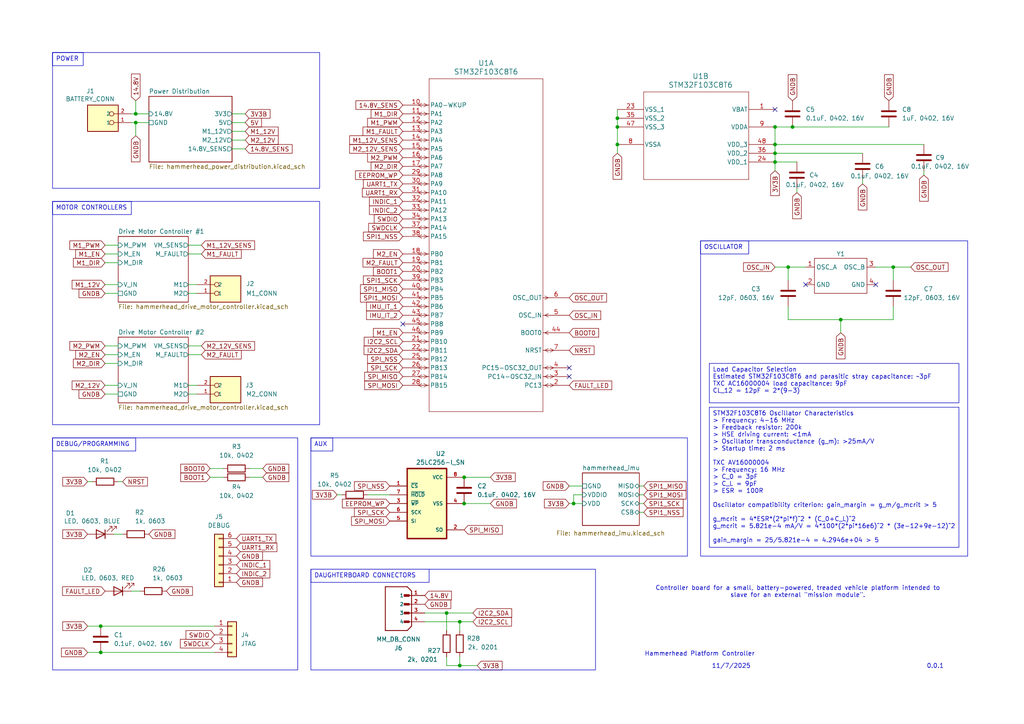
<source format=kicad_sch>
(kicad_sch (version 20250114) (generator "eeschema") (generator_version "9.0")
  (paper "A4")
  (lib_symbols
    (symbol "1985823:1985823" (pin_names (offset 1.016))
      (property "Reference" "J" (at -2.54 5.842 0))
      (property "Value" "1985823" (at -2.54 -5.08 0))
      (symbol "1985823_0_0"
        (pin passive line (at -7.62 2.54 0) (length 5.08) (name "1") (number "1"))
        (pin passive line (at -7.62 0 0) (length 5.08) (name "2") (number "2"))
      )
    )
    (symbol "25LC256-I/SN:25LC256-I_SN" (pin_names (offset 1.016))
      (property "Reference" "U2" (at -0.508 14.478 0))
      (property "Value" "25LC256-I_SN" (at -0.508 11.938 0))
      (symbol "25LC256-I_SN_0_0"
        (pin input line (at -15.24 5.08 0) (length 5.08) (name "~{CS}") (number "1"))
        (pin input line (at -15.24 2.54 0) (length 5.08) (name "~{HOLD}") (number "7"))
        (pin input line (at -15.24 0 0) (length 5.08) (name "~{WP}") (number "3"))
        (pin input line (at -15.24 -2.54 0) (length 5.08) (name "SCK") (number "6"))
        (pin input line (at -15.24 -5.08 0) (length 5.08) (name "SI") (number "5"))
        (pin power_in line (at 6.35 7.62 180) (length 5.08) (name "VCC") (number "8"))
        (pin power_in line (at 6.35 0 180) (length 5.08) (name "VSS") (number "4"))
        (pin output line (at 6.35 -7.62 180) (length 5.08) (name "SO") (number "2"))
      )
    )
    (symbol "B4B_XH_A:B4B-XH-A" (pin_names (offset 1.016))
      (property "Reference" "J" (at -2.54 6.35 0))
      (property "Value" "B4B-XH-A" (at -2.54 -10.16 0))
      (symbol "B4B-XH-A_0_0"
        (pin passive line (at -7.62 2.54 0) (length 5.08) (name "1") (number "1"))
        (pin passive line (at -7.62 0 0) (length 5.08) (name "2") (number "2"))
        (pin passive line (at -7.62 -2.54 0) (length 5.08) (name "3") (number "3"))
        (pin passive line (at -7.62 -5.08 0) (length 5.08) (name "4") (number "4"))
      )
    )
    (symbol "Connector_Generic:Conn_01x04" (pin_names (offset 1.016) (hide yes))
      (property "Reference" "J" (at 0 5.08 0))
      (property "Value" "Conn_01x04" (at 0 -7.62 0))
      (symbol "Conn_01x04_1_1"
        (pin passive line (at -5.08 2.54 0) (length 3.81) (name "Pin_1") (number "1"))
        (pin passive line (at -5.08 0 0) (length 3.81) (name "Pin_2") (number "2"))
        (pin passive line (at -5.08 -2.54 0) (length 3.81) (name "Pin_3") (number "3"))
        (pin passive line (at -5.08 -5.08 0) (length 3.81) (name "Pin_4") (number "4"))
      )
    )
    (symbol "Connector_Generic:Conn_01x06" (pin_names (offset 1.016) (hide yes))
      (property "Reference" "J" (at 0 7.62 0))
      (property "Value" "Conn_01x06" (at 0 -10.16 0))
      (symbol "Conn_01x06_1_1"
        (pin passive line (at -5.08 5.08 0) (length 3.81) (name "Pin_1") (number "1"))
        (pin passive line (at -5.08 2.54 0) (length 3.81) (name "Pin_2") (number "2"))
        (pin passive line (at -5.08 0 0) (length 3.81) (name "Pin_3") (number "3"))
        (pin passive line (at -5.08 -2.54 0) (length 3.81) (name "Pin_4") (number "4"))
        (pin passive line (at -5.08 -5.08 0) (length 3.81) (name "Pin_5") (number "5"))
        (pin passive line (at -5.08 -7.62 0) (length 3.81) (name "Pin_6") (number "6"))
      )
    )
    (symbol "Device:C" (pin_numbers (hide yes)) (pin_names (offset 0.254))
      (property "Reference" "C" (at 0.635 2.54 0))
      (property "Value" "C" (at 0.635 -2.54 0))
      (symbol "C_1_1"
        (pin passive line (at 0 3.81 270) (length 2.794) (name "~") (number "1"))
        (pin passive line (at 0 -3.81 90) (length 2.794) (name "~") (number "2"))
      )
    )
    (symbol "Device:LED" (pin_numbers (hide yes)) (pin_names (offset 1.016) (hide yes))
      (property "Reference" "D" (at 0 2.54 0))
      (property "Value" "LED" (at 0 -2.54 0))
      (symbol "LED_1_1"
        (pin passive line (at -3.81 0 0) (length 2.54) (name "K") (number "1"))
        (pin passive line (at 3.81 0 180) (length 2.54) (name "A") (number "2"))
      )
    )
    (symbol "Device:R" (pin_numbers (hide yes)) (pin_names (offset 0))
      (property "Reference" "R" (at 2.032 0 90))
      (property "Value" "R" (at 0 0 90))
      (symbol "R_1_1"
        (pin passive line (at 0 3.81 270) (length 1.27) (name "~") (number "1"))
        (pin passive line (at 0 -3.81 90) (length 1.27) (name "~") (number "2"))
      )
    )
    (symbol "STM32F103C8T6:STM32F103C8T6" (pin_names (offset 0.254))
      (property "Reference" "U1" (at 24.13 12.192 0))
      (property "Value" "STM32F103C8T6" (at 24.13 9.652 0))
      (symbol "STM32F103C8T6_1_1"
        (pin bidirectional line (at 0 0 0) (length 7.62) (name "PA0-WKUP") (number "10"))
        (pin bidirectional line (at 0 -2.54 0) (length 7.62) (name "PA1") (number "11"))
        (pin bidirectional line (at 0 -5.08 0) (length 7.62) (name "PA2") (number "12"))
        (pin bidirectional line (at 0 -7.62 0) (length 7.62) (name "PA3") (number "13"))
        (pin bidirectional line (at 0 -10.16 0) (length 7.62) (name "PA4") (number "14"))
        (pin bidirectional line (at 0 -12.7 0) (length 7.62) (name "PA5") (number "15"))
        (pin bidirectional line (at 0 -15.24 0) (length 7.62) (name "PA6") (number "16"))
        (pin bidirectional line (at 0 -17.78 0) (length 7.62) (name "PA7") (number "17"))
        (pin bidirectional line (at 0 -20.32 0) (length 7.62) (name "PA8") (number "29"))
        (pin bidirectional line (at 0 -22.86 0) (length 7.62) (name "PA9") (number "30"))
        (pin bidirectional line (at 0 -25.4 0) (length 7.62) (name "PA10") (number "31"))
        (pin bidirectional line (at 0 -27.94 0) (length 7.62) (name "PA11") (number "32"))
        (pin bidirectional line (at 0 -30.48 0) (length 7.62) (name "PA12") (number "33"))
        (pin bidirectional line (at 0 -33.02 0) (length 7.62) (name "PA13") (number "34"))
        (pin bidirectional line (at 0 -35.56 0) (length 7.62) (name "PA14") (number "37"))
        (pin bidirectional line (at 0 -38.1 0) (length 7.62) (name "PA15") (number "38"))
        (pin bidirectional line (at 0 -43.18 0) (length 7.62) (name "PB0") (number "18"))
        (pin bidirectional line (at 0 -45.72 0) (length 7.62) (name "PB1") (number "19"))
        (pin bidirectional line (at 0 -48.26 0) (length 7.62) (name "PB2") (number "20"))
        (pin bidirectional line (at 0 -50.8 0) (length 7.62) (name "PB3") (number "39"))
        (pin bidirectional line (at 0 -53.34 0) (length 7.62) (name "PB4") (number "40"))
        (pin bidirectional line (at 0 -55.88 0) (length 7.62) (name "PB5") (number "41"))
        (pin bidirectional line (at 0 -58.42 0) (length 7.62) (name "PB6") (number "42"))
        (pin bidirectional line (at 0 -60.96 0) (length 7.62) (name "PB7") (number "43"))
        (pin bidirectional line (at 0 -63.5 0) (length 7.62) (name "PB8") (number "45"))
        (pin bidirectional line (at 0 -66.04 0) (length 7.62) (name "PB9") (number "46"))
        (pin bidirectional line (at 0 -68.58 0) (length 7.62) (name "PB10") (number "21"))
        (pin bidirectional line (at 0 -71.12 0) (length 7.62) (name "PB11") (number "22"))
        (pin bidirectional line (at 0 -73.66 0) (length 7.62) (name "PB12") (number "25"))
        (pin bidirectional line (at 0 -76.2 0) (length 7.62) (name "PB13") (number "26"))
        (pin bidirectional line (at 0 -78.74 0) (length 7.62) (name "PB14") (number "27"))
        (pin bidirectional line (at 0 -81.28 0) (length 7.62) (name "PB15") (number "28"))
        (pin output line (at 48.26 -55.88 180) (length 7.62) (name "OSC_OUT") (number "6"))
        (pin input line (at 48.26 -60.96 180) (length 7.62) (name "OSC_IN") (number "5"))
        (pin input line (at 48.26 -66.04 180) (length 7.62) (name "BOOT0") (number "44"))
        (pin bidirectional line (at 48.26 -71.12 180) (length 7.62) (name "NRST") (number "7"))
        (pin bidirectional line (at 48.26 -76.2 180) (length 7.62) (name "PC15-OSC32_OUT") (number "4"))
        (pin bidirectional line (at 48.26 -78.74 180) (length 7.62) (name "PC14-OSC32_IN") (number "3"))
        (pin bidirectional line (at 48.26 -81.28 180) (length 7.62) (name "PC13") (number "2"))
      )
      (symbol "STM32F103C8T6_2_1"
        (pin power_in line (at 0 0 0) (length 7.62) (name "VSS_1") (number "23"))
        (pin power_in line (at 0 -2.54 0) (length 7.62) (name "VSS_2") (number "35"))
        (pin power_in line (at 0 -5.08 0) (length 7.62) (name "VSS_3") (number "47"))
        (pin power_in line (at 0 -10.16 0) (length 7.62) (name "VSSA") (number "8"))
        (pin power_in line (at 45.72 0 180) (length 7.62) (name "VBAT") (number "1"))
        (pin power_in line (at 45.72 -5.08 180) (length 7.62) (name "VDDA") (number "9"))
        (pin power_in line (at 45.72 -10.16 180) (length 7.62) (name "VDD_3") (number "48"))
        (pin power_in line (at 45.72 -12.7 180) (length 7.62) (name "VDD_2") (number "36"))
        (pin power_in line (at 45.72 -15.24 180) (length 7.62) (name "VDD_1") (number "24"))
      )
    )
    (symbol "STM32F103C8T6_1" (pin_names (offset 0.254))
      (property "Reference" "U1" (at 24.13 12.192 0))
      (property "Value" "STM32F103C8T6" (at 24.13 9.652 0))
      (symbol "STM32F103C8T6_1_1_1"
        (pin bidirectional line (at 0 0 0) (length 7.62) (name "PA0-WKUP") (number "10"))
        (pin bidirectional line (at 0 -2.54 0) (length 7.62) (name "PA1") (number "11"))
        (pin bidirectional line (at 0 -5.08 0) (length 7.62) (name "PA2") (number "12"))
        (pin bidirectional line (at 0 -7.62 0) (length 7.62) (name "PA3") (number "13"))
        (pin bidirectional line (at 0 -10.16 0) (length 7.62) (name "PA4") (number "14"))
        (pin bidirectional line (at 0 -12.7 0) (length 7.62) (name "PA5") (number "15"))
        (pin bidirectional line (at 0 -15.24 0) (length 7.62) (name "PA6") (number "16"))
        (pin bidirectional line (at 0 -17.78 0) (length 7.62) (name "PA7") (number "17"))
        (pin bidirectional line (at 0 -20.32 0) (length 7.62) (name "PA8") (number "29"))
        (pin bidirectional line (at 0 -22.86 0) (length 7.62) (name "PA9") (number "30"))
        (pin bidirectional line (at 0 -25.4 0) (length 7.62) (name "PA10") (number "31"))
        (pin bidirectional line (at 0 -27.94 0) (length 7.62) (name "PA11") (number "32"))
        (pin bidirectional line (at 0 -30.48 0) (length 7.62) (name "PA12") (number "33"))
        (pin bidirectional line (at 0 -33.02 0) (length 7.62) (name "PA13") (number "34"))
        (pin bidirectional line (at 0 -35.56 0) (length 7.62) (name "PA14") (number "37"))
        (pin bidirectional line (at 0 -38.1 0) (length 7.62) (name "PA15") (number "38"))
        (pin bidirectional line (at 0 -43.18 0) (length 7.62) (name "PB0") (number "18"))
        (pin bidirectional line (at 0 -45.72 0) (length 7.62) (name "PB1") (number "19"))
        (pin bidirectional line (at 0 -48.26 0) (length 7.62) (name "PB2") (number "20"))
        (pin bidirectional line (at 0 -50.8 0) (length 7.62) (name "PB3") (number "39"))
        (pin bidirectional line (at 0 -53.34 0) (length 7.62) (name "PB4") (number "40"))
        (pin bidirectional line (at 0 -55.88 0) (length 7.62) (name "PB5") (number "41"))
        (pin bidirectional line (at 0 -58.42 0) (length 7.62) (name "PB6") (number "42"))
        (pin bidirectional line (at 0 -60.96 0) (length 7.62) (name "PB7") (number "43"))
        (pin bidirectional line (at 0 -63.5 0) (length 7.62) (name "PB8") (number "45"))
        (pin bidirectional line (at 0 -66.04 0) (length 7.62) (name "PB9") (number "46"))
        (pin bidirectional line (at 0 -68.58 0) (length 7.62) (name "PB10") (number "21"))
        (pin bidirectional line (at 0 -71.12 0) (length 7.62) (name "PB11") (number "22"))
        (pin bidirectional line (at 0 -73.66 0) (length 7.62) (name "PB12") (number "25"))
        (pin bidirectional line (at 0 -76.2 0) (length 7.62) (name "PB13") (number "26"))
        (pin bidirectional line (at 0 -78.74 0) (length 7.62) (name "PB14") (number "27"))
        (pin bidirectional line (at 0 -81.28 0) (length 7.62) (name "PB15") (number "28"))
        (pin output line (at 48.26 -55.88 180) (length 7.62) (name "OSC_OUT") (number "6"))
        (pin input line (at 48.26 -60.96 180) (length 7.62) (name "OSC_IN") (number "5"))
        (pin input line (at 48.26 -66.04 180) (length 7.62) (name "BOOT0") (number "44"))
        (pin bidirectional line (at 48.26 -71.12 180) (length 7.62) (name "NRST") (number "7"))
        (pin bidirectional line (at 48.26 -76.2 180) (length 7.62) (name "PC15-OSC32_OUT") (number "4"))
        (pin bidirectional line (at 48.26 -78.74 180) (length 7.62) (name "PC14-OSC32_IN") (number "3"))
        (pin bidirectional line (at 48.26 -81.28 180) (length 7.62) (name "PC13") (number "2"))
      )
      (symbol "STM32F103C8T6_1_2_1"
        (pin power_in line (at 0 0 0) (length 7.62) (name "VSS_1") (number "23"))
        (pin power_in line (at 0 -2.54 0) (length 7.62) (name "VSS_2") (number "35"))
        (pin power_in line (at 0 -5.08 0) (length 7.62) (name "VSS_3") (number "47"))
        (pin power_in line (at 0 -10.16 0) (length 7.62) (name "VSSA") (number "8"))
        (pin power_in line (at 45.72 0 180) (length 7.62) (name "VBAT") (number "1"))
        (pin power_in line (at 45.72 -5.08 180) (length 7.62) (name "VDDA") (number "9"))
        (pin power_in line (at 45.72 -10.16 180) (length 7.62) (name "VDD_3") (number "48"))
        (pin power_in line (at 45.72 -12.7 180) (length 7.62) (name "VDD_2") (number "36"))
        (pin power_in line (at 45.72 -15.24 180) (length 7.62) (name "VDD_1") (number "24"))
      )
    )
    (symbol "TXC_AV16000004:TXC_AV16000004"
      (property "Reference" "Y2" (at 0 6.35 0))
      (symbol "TXC_AV16000004_1_1"
        (pin bidirectional line (at -10.16 2.54 0) (length 2.54) (name "OSC_A") (number "1"))
        (pin passive line (at -10.16 -2.54 0) (length 2.54) (name "GND") (number "2"))
        (pin bidirectional line (at 10.16 2.54 180) (length 2.54) (name "OSC_B") (number "3"))
        (pin passive line (at 10.16 -2.54 180) (length 2.54) (name "GND") (number "4"))
      )
    )
  )
  (rectangle (start 90.17 165.1) (end 172.72 194.31))
  (rectangle (start 15.24 58.42) (end 92.71 123.19))
  (rectangle (start 15.24 127) (end 86.36 194.31))
  (rectangle (start 90.17 127) (end 199.39 161.29))
  (rectangle (start 203.2 69.85) (end 280.67 161.29))
  (rectangle (start 15.24 15.24) (end 92.71 54.61))
  (text "0.0.1" (at 271.272 193.294 0) (effects (font (size 1.27 1.27))))
  (text "Hammerhead Platform Controller" (at 202.946 189.738 0) (effects (font (size 1.27 1.27))))
  (text "11/7/2025" (at 212.09 193.294 0) (effects (font (size 1.27 1.27))))
  (text "Controller board for a small, battery-powered, treaded vehicle platform intended to\nslave for an external \"mission module\"." (at 231.394 171.704 0) (effects (font (size 1.27 1.27))))
  (text_box "POWER" (at 15.24 15.24 0) (size 8.89 3.81) (margins 0.9525 0.9525 0.9525 0.9525) (effects (font (size 1.27 1.27)) (justify left top)))
  (text_box "OSCILLATOR" (at 203.2 69.85 0) (size 13.97 3.81) (margins 0.9525 0.9525 0.9525 0.9525) (effects (font (size 1.27 1.27)) (justify left top)))
  (text_box "AUX" (at 90.17 127 0) (size 6.35 3.81) (margins 0.9525 0.9525 0.9525 0.9525) (effects (font (size 1.27 1.27)) (justify left top)))
  (text_box "DAUGHTERBOARD CONNECTORS" (at 90.17 165.1 0) (size 34.29 3.81) (margins 0.9525 0.9525 0.9525 0.9525) (effects (font (size 1.27 1.27)) (justify left top)))
  (text_box "Load Capacitor Selection\nEstimated STM32F103C8T6 and parasitic stray capacitance: ~3pF\nTXC AC16000004 load capacitance: 9pF\nCL_12 = 12pF = 2*(9-3)\n" (at 205.74 105.41 0) (size 72.39 11.43) (margins 0.9525 0.9525 0.9525 0.9525) (effects (font (size 1.27 1.27)) (justify left top)))
  (text_box "MOTOR CONTROLLERS" (at 15.24 58.42 0) (size 22.86 3.81) (margins 0.9525 0.9525 0.9525 0.9525) (effects (font (size 1.27 1.27)) (justify left top)))
  (text_box "STM32F103C8T6 Oscillator Characteristics\n> Frequency: 4-16 MHz\n> Feedback resistor: 200k\n> HSE driving current: <1mA\n> Oscillator transconductance (g_m): >25mA/V\n> Startup time: 2 ms\n\nTXC AV16000004\n> Frequency: 16 MHz\n> C_0 = 3pF\n> C_L = 9pF\n> ESR = 100R\n\nOscillator compatibility criterion: gain_margin = g_m/g_mcrit > 5\n\ng_mcrit = 4*ESR*(2*pi*f)^2 * (C_0+C_L)^2\ng_mcrit = 5.821e-4 mA/V = 4*100*(2*pi*16e6)^2 * (3e-12+9e-12)^2\n\ngain_margin = 25/5.821e-4 = 4.2946e+04 > 5\n\n" (at 205.74 118.11 0) (size 72.39 40.64) (margins 0.9525 0.9525 0.9525 0.9525) (effects (font (size 1.27 1.27)) (justify left top)))
  (text_box "DEBUG/PROGRAMMING" (at 15.24 127 0) (size 24.13 3.81) (margins 0.9525 0.9525 0.9525 0.9525) (effects (font (size 1.27 1.27)) (justify left top)))
  (junction (at 39.37 33.02))
  (junction (at 259.08 77.47))
  (junction (at 133.35 180.34))
  (junction (at 224.79 36.83))
  (junction (at 229.87 36.83))
  (junction (at 166.37 146.05))
  (junction (at 29.21 181.61))
  (junction (at 129.54 177.8))
  (junction (at 224.79 44.45))
  (junction (at 134.62 138.43))
  (junction (at 224.79 46.99))
  (junction (at 224.79 41.91))
  (junction (at 39.37 35.56))
  (junction (at 179.07 36.83))
  (junction (at 243.84 92.71))
  (junction (at 179.07 41.91))
  (junction (at 228.6 77.47))
  (junction (at 133.35 193.04))
  (junction (at 179.07 34.29))
  (junction (at 29.21 189.23))
  (junction (at 134.62 146.05))
  (no_connect (at 233.68 82.55))
  (no_connect (at 165.1 109.22))
  (no_connect (at 254 82.55))
  (no_connect (at 165.1 106.68))
  (no_connect (at 116.84 93.98))
  (no_connect (at 224.79 31.75))
  (wire (pts (xy 243.84 92.71) (xy 259.08 92.71)))
  (wire (pts (xy 30.48 105.41) (xy 34.29 105.41)))
  (wire (pts (xy 185.42 140.97) (xy 186.69 140.97)))
  (wire (pts (xy 250.19 53.34) (xy 250.19 52.07)))
  (wire (pts (xy 250.19 44.45) (xy 224.79 44.45)))
  (wire (pts (xy 54.61 82.55) (xy 57.15 82.55)))
  (wire (pts (xy 129.54 190.5) (xy 129.54 193.04)))
  (wire (pts (xy 54.61 100.33) (xy 58.42 100.33)))
  (wire (pts (xy 259.08 81.28) (xy 259.08 77.47)))
  (wire (pts (xy 123.19 177.8) (xy 129.54 177.8)))
  (wire (pts (xy 231.14 46.99) (xy 224.79 46.99)))
  (wire (pts (xy 224.79 36.83) (xy 224.79 41.91)))
  (wire (pts (xy 264.16 77.47) (xy 259.08 77.47)))
  (wire (pts (xy 30.48 111.76) (xy 34.29 111.76)))
  (wire (pts (xy 165.1 146.05) (xy 166.37 146.05)))
  (wire (pts (xy 29.21 189.23) (xy 62.23 189.23)))
  (wire (pts (xy 243.84 96.52) (xy 243.84 92.71)))
  (wire (pts (xy 224.79 46.99) (xy 224.79 49.53)))
  (wire (pts (xy 129.54 177.8) (xy 129.54 182.88)))
  (wire (pts (xy 228.6 81.28) (xy 228.6 77.47)))
  (wire (pts (xy 76.2 138.43) (xy 72.39 138.43)))
  (wire (pts (xy 34.29 82.55) (xy 30.48 82.55)))
  (wire (pts (xy 185.42 146.05) (xy 186.69 146.05)))
  (wire (pts (xy 228.6 92.71) (xy 243.84 92.71)))
  (wire (pts (xy 231.14 55.88) (xy 231.14 54.61)))
  (wire (pts (xy 259.08 88.9) (xy 259.08 92.71)))
  (wire (pts (xy 67.31 38.1) (xy 71.12 38.1)))
  (wire (pts (xy 166.37 146.05) (xy 168.91 146.05)))
  (wire (pts (xy 38.1 171.45) (xy 40.64 171.45)))
  (wire (pts (xy 224.79 41.91) (xy 224.79 44.45)))
  (wire (pts (xy 72.39 135.89) (xy 76.2 135.89)))
  (wire (pts (xy 30.48 100.33) (xy 34.29 100.33)))
  (wire (pts (xy 54.61 102.87) (xy 58.42 102.87)))
  (wire (pts (xy 228.6 77.47) (xy 233.68 77.47)))
  (wire (pts (xy 38.1 33.02) (xy 39.37 33.02)))
  (wire (pts (xy 25.4 181.61) (xy 29.21 181.61)))
  (wire (pts (xy 38.1 35.56) (xy 39.37 35.56)))
  (wire (pts (xy 25.4 139.7) (xy 26.67 139.7)))
  (wire (pts (xy 228.6 88.9) (xy 228.6 92.71)))
  (wire (pts (xy 54.61 114.3) (xy 57.15 114.3)))
  (wire (pts (xy 224.79 77.47) (xy 228.6 77.47)))
  (wire (pts (xy 229.87 36.83) (xy 257.81 36.83)))
  (wire (pts (xy 30.48 73.66) (xy 34.29 73.66)))
  (wire (pts (xy 30.48 102.87) (xy 34.29 102.87)))
  (wire (pts (xy 134.62 146.05) (xy 142.24 146.05)))
  (wire (pts (xy 185.42 148.59) (xy 186.69 148.59)))
  (wire (pts (xy 134.62 138.43) (xy 142.24 138.43)))
  (wire (pts (xy 67.31 40.64) (xy 71.12 40.64)))
  (wire (pts (xy 54.61 111.76) (xy 57.15 111.76)))
  (wire (pts (xy 39.37 35.56) (xy 39.37 39.37)))
  (wire (pts (xy 29.21 181.61) (xy 62.23 181.61)))
  (wire (pts (xy 267.97 50.8) (xy 267.97 49.53)))
  (wire (pts (xy 25.4 189.23) (xy 29.21 189.23)))
  (wire (pts (xy 67.31 43.18) (xy 71.12 43.18)))
  (wire (pts (xy 54.61 71.12) (xy 58.42 71.12)))
  (wire (pts (xy 224.79 44.45) (xy 224.79 46.99)))
  (wire (pts (xy 129.54 193.04) (xy 133.35 193.04)))
  (wire (pts (xy 137.16 177.8) (xy 129.54 177.8)))
  (wire (pts (xy 166.37 143.51) (xy 166.37 146.05)))
  (wire (pts (xy 30.48 76.2) (xy 34.29 76.2)))
  (wire (pts (xy 133.35 180.34) (xy 133.35 182.88)))
  (wire (pts (xy 224.79 36.83) (xy 229.87 36.83)))
  (wire (pts (xy 33.02 154.94) (xy 35.56 154.94)))
  (wire (pts (xy 133.35 190.5) (xy 133.35 193.04)))
  (wire (pts (xy 67.31 35.56) (xy 71.12 35.56)))
  (wire (pts (xy 179.07 41.91) (xy 179.07 44.45)))
  (wire (pts (xy 60.96 138.43) (xy 64.77 138.43)))
  (wire (pts (xy 166.37 143.51) (xy 168.91 143.51)))
  (wire (pts (xy 97.79 143.51) (xy 99.06 143.51)))
  (wire (pts (xy 54.61 73.66) (xy 58.42 73.66)))
  (wire (pts (xy 179.07 36.83) (xy 179.07 41.91)))
  (wire (pts (xy 179.07 34.29) (xy 179.07 36.83)))
  (wire (pts (xy 39.37 35.56) (xy 43.18 35.56)))
  (wire (pts (xy 39.37 33.02) (xy 43.18 33.02)))
  (wire (pts (xy 34.29 85.09) (xy 30.48 85.09)))
  (wire (pts (xy 39.37 29.21) (xy 39.37 33.02)))
  (wire (pts (xy 54.61 85.09) (xy 57.15 85.09)))
  (wire (pts (xy 67.31 33.02) (xy 71.12 33.02)))
  (wire (pts (xy 133.35 180.34) (xy 137.16 180.34)))
  (wire (pts (xy 224.79 41.91) (xy 267.97 41.91)))
  (wire (pts (xy 60.96 135.89) (xy 64.77 135.89)))
  (wire (pts (xy 133.35 193.04) (xy 138.43 193.04)))
  (wire (pts (xy 185.42 143.51) (xy 186.69 143.51)))
  (wire (pts (xy 165.1 140.97) (xy 168.91 140.97)))
  (wire (pts (xy 34.29 139.7) (xy 35.56 139.7)))
  (wire (pts (xy 254 77.47) (xy 259.08 77.47)))
  (wire (pts (xy 106.68 143.51) (xy 113.03 143.51)))
  (wire (pts (xy 123.19 180.34) (xy 133.35 180.34)))
  (wire (pts (xy 34.29 71.12) (xy 30.48 71.12)))
  (wire (pts (xy 30.48 114.3) (xy 34.29 114.3)))
  (wire (pts (xy 179.07 31.75) (xy 179.07 34.29)))
  (global_label "I2C2_SCL" (shape input) (at 137.16 180.34 0) (property "Intersheetrefs" "${INTERSHEET_REFS}" (effects (hide yes))))
  (global_label "SPI_SCK" (shape input) (at 116.84 106.68 180) (property "Intersheetrefs" "${INTERSHEET_REFS}" (effects (hide yes))))
  (global_label "M2_12V_SENS" (shape input) (at 116.84 43.18 180) (property "Intersheetrefs" "${INTERSHEET_REFS}" (effects (hide yes))))
  (global_label "M1_12V" (shape input) (at 71.12 38.1 0) (property "Intersheetrefs" "${INTERSHEET_REFS}" (effects (hide yes))))
  (global_label "M1_PWM" (shape input) (at 30.48 71.12 180) (property "Intersheetrefs" "${INTERSHEET_REFS}" (effects (hide yes))))
  (global_label "INDIC_1" (shape input) (at 116.84 58.42 180) (property "Intersheetrefs" "${INTERSHEET_REFS}" (effects (hide yes))))
  (global_label "M1_12V_SENS" (shape input) (at 58.42 71.12 0) (property "Intersheetrefs" "${INTERSHEET_REFS}" (effects (hide yes))))
  (global_label "3V3B" (shape input) (at 165.1 146.05 180) (property "Intersheetrefs" "${INTERSHEET_REFS}" (effects (hide yes))))
  (global_label "FAULT_LED" (shape input) (at 30.48 171.45 180) (property "Intersheetrefs" "${INTERSHEET_REFS}" (effects (hide yes))))
  (global_label "14.8V_SENS" (shape input) (at 71.12 43.18 0) (property "Intersheetrefs" "${INTERSHEET_REFS}" (effects (hide yes))))
  (global_label "NRST" (shape input) (at 165.1 101.6 0) (property "Intersheetrefs" "${INTERSHEET_REFS}" (effects (hide yes))))
  (global_label "GNDB" (shape input) (at 179.07 44.45 270) (property "Intersheetrefs" "${INTERSHEET_REFS}" (effects (hide yes))))
  (global_label "3V3B" (shape input) (at 25.4 154.94 180) (property "Intersheetrefs" "${INTERSHEET_REFS}" (effects (hide yes))))
  (global_label "M1_FAULT" (shape input) (at 58.42 73.66 0) (property "Intersheetrefs" "${INTERSHEET_REFS}" (effects (hide yes))))
  (global_label "SPI_MISO" (shape input) (at 116.84 109.22 180) (property "Intersheetrefs" "${INTERSHEET_REFS}" (effects (hide yes))))
  (global_label "SPI1_SCK" (shape input) (at 186.69 146.05 0) (property "Intersheetrefs" "${INTERSHEET_REFS}" (effects (hide yes))))
  (global_label "BOOT1" (shape input) (at 60.96 138.43 180) (property "Intersheetrefs" "${INTERSHEET_REFS}" (effects (hide yes))))
  (global_label "SPI_SCK" (shape input) (at 113.03 148.59 180) (property "Intersheetrefs" "${INTERSHEET_REFS}" (effects (hide yes))))
  (global_label "SPI1_MISO" (shape input) (at 116.84 83.82 180) (property "Intersheetrefs" "${INTERSHEET_REFS}" (effects (hide yes))))
  (global_label "M2_12V" (shape input) (at 30.48 111.76 180) (property "Intersheetrefs" "${INTERSHEET_REFS}" (effects (hide yes))))
  (global_label "14.8V" (shape input) (at 39.37 29.21 90) (property "Intersheetrefs" "${INTERSHEET_REFS}" (effects (hide yes))))
  (global_label "SPI1_MISO" (shape input) (at 186.69 140.97 0) (property "Intersheetrefs" "${INTERSHEET_REFS}" (effects (hide yes))))
  (global_label "3V3B" (shape input) (at 97.79 143.51 180) (property "Intersheetrefs" "${INTERSHEET_REFS}" (effects (hide yes))))
  (global_label "GNDB" (shape input) (at 142.24 146.05 0) (property "Intersheetrefs" "${INTERSHEET_REFS}" (effects (hide yes))))
  (global_label "GNDB" (shape input) (at 243.84 96.52 270) (property "Intersheetrefs" "${INTERSHEET_REFS}" (effects (hide yes))))
  (global_label "3V3B" (shape input) (at 138.43 193.04 0) (property "Intersheetrefs" "${INTERSHEET_REFS}" (effects (hide yes))))
  (global_label "GNDB" (shape input) (at 30.48 85.09 180) (property "Intersheetrefs" "${INTERSHEET_REFS}" (effects (hide yes))))
  (global_label "GNDB" (shape input) (at 76.2 138.43 0) (property "Intersheetrefs" "${INTERSHEET_REFS}" (effects (hide yes))))
  (global_label "14.8V" (shape input) (at 123.19 172.72 0) (property "Intersheetrefs" "${INTERSHEET_REFS}" (effects (hide yes))))
  (global_label "NRST" (shape input) (at 35.56 139.7 0) (property "Intersheetrefs" "${INTERSHEET_REFS}" (effects (hide yes))))
  (global_label "GNDB" (shape input) (at 229.87 29.21 90) (property "Intersheetrefs" "${INTERSHEET_REFS}" (effects (hide yes))))
  (global_label "M1_EN" (shape input) (at 30.48 73.66 180) (property "Intersheetrefs" "${INTERSHEET_REFS}" (effects (hide yes))))
  (global_label "SPI1_NSS" (shape input) (at 116.84 68.58 180) (property "Intersheetrefs" "${INTERSHEET_REFS}" (effects (hide yes))))
  (global_label "UART1_RX" (shape input) (at 68.58 158.75 0) (property "Intersheetrefs" "${INTERSHEET_REFS}" (effects (hide yes))))
  (global_label "FAULT_LED" (shape input) (at 165.1 111.76 0) (property "Intersheetrefs" "${INTERSHEET_REFS}" (effects (hide yes))))
  (global_label "OSC_OUT" (shape input) (at 264.16 77.47 0) (property "Intersheetrefs" "${INTERSHEET_REFS}" (effects (hide yes))))
  (global_label "3V3B" (shape input) (at 71.12 33.02 0) (property "Intersheetrefs" "${INTERSHEET_REFS}" (effects (hide yes))))
  (global_label "I2C2_SDA" (shape input) (at 116.84 101.6 180) (property "Intersheetrefs" "${INTERSHEET_REFS}" (effects (hide yes))))
  (global_label "I2C2_SDA" (shape input) (at 137.16 177.8 0) (property "Intersheetrefs" "${INTERSHEET_REFS}" (effects (hide yes))))
  (global_label "3V3B" (shape input) (at 142.24 138.43 0) (property "Intersheetrefs" "${INTERSHEET_REFS}" (effects (hide yes))))
  (global_label "GNDB" (shape input) (at 123.19 175.26 0) (property "Intersheetrefs" "${INTERSHEET_REFS}" (effects (hide yes))))
  (global_label "GNDB" (shape input) (at 68.58 161.29 0) (property "Intersheetrefs" "${INTERSHEET_REFS}" (effects (hide yes))))
  (global_label "M2_12V_SENS" (shape input) (at 58.42 100.33 0) (property "Intersheetrefs" "${INTERSHEET_REFS}" (effects (hide yes))))
  (global_label "GNDB" (shape input) (at 43.18 154.94 0) (property "Intersheetrefs" "${INTERSHEET_REFS}" (effects (hide yes))))
  (global_label "SPI1_NSS" (shape input) (at 186.69 148.59 0) (property "Intersheetrefs" "${INTERSHEET_REFS}" (effects (hide yes))))
  (global_label "OSC_OUT" (shape input) (at 165.1 86.36 0) (property "Intersheetrefs" "${INTERSHEET_REFS}" (effects (hide yes))))
  (global_label "BOOT0" (shape input) (at 165.1 96.52 0) (property "Intersheetrefs" "${INTERSHEET_REFS}" (effects (hide yes))))
  (global_label "BOOT1" (shape input) (at 116.84 78.74 180) (property "Intersheetrefs" "${INTERSHEET_REFS}" (effects (hide yes))))
  (global_label "M1_EN" (shape input) (at 116.84 96.52 180) (property "Intersheetrefs" "${INTERSHEET_REFS}" (effects (hide yes))))
  (global_label "SPI_MOSI" (shape input) (at 116.84 111.76 180) (property "Intersheetrefs" "${INTERSHEET_REFS}" (effects (hide yes))))
  (global_label "GNDB" (shape input) (at 165.1 140.97 180) (property "Intersheetrefs" "${INTERSHEET_REFS}" (effects (hide yes))))
  (global_label "I2C2_SCL" (shape input) (at 116.84 99.06 180) (property "Intersheetrefs" "${INTERSHEET_REFS}" (effects (hide yes))))
  (global_label "GNDB" (shape input) (at 68.58 168.91 0) (property "Intersheetrefs" "${INTERSHEET_REFS}" (effects (hide yes))))
  (global_label "M2_PWM" (shape input) (at 116.84 45.72 180) (property "Intersheetrefs" "${INTERSHEET_REFS}" (effects (hide yes))))
  (global_label "3V3B" (shape input) (at 224.79 49.53 270) (property "Intersheetrefs" "${INTERSHEET_REFS}" (effects (hide yes))))
  (global_label "UART1_TX" (shape input) (at 116.84 53.34 180) (property "Intersheetrefs" "${INTERSHEET_REFS}" (effects (hide yes))))
  (global_label "M2_EN" (shape input) (at 30.48 102.87 180) (property "Intersheetrefs" "${INTERSHEET_REFS}" (effects (hide yes))))
  (global_label "SPI_MISO" (shape input) (at 134.62 153.67 0) (property "Intersheetrefs" "${INTERSHEET_REFS}" (effects (hide yes))))
  (global_label "OSC_IN" (shape input) (at 165.1 91.44 0) (property "Intersheetrefs" "${INTERSHEET_REFS}" (effects (hide yes))))
  (global_label "IMU_IT_2" (shape input) (at 116.84 91.44 180) (property "Intersheetrefs" "${INTERSHEET_REFS}" (effects (hide yes))))
  (global_label "SPI_NSS" (shape input) (at 113.03 140.97 180) (property "Intersheetrefs" "${INTERSHEET_REFS}" (effects (hide yes))))
  (global_label "GNDB" (shape input) (at 39.37 39.37 270) (property "Intersheetrefs" "${INTERSHEET_REFS}" (effects (hide yes))))
  (global_label "GNDB" (shape input) (at 48.26 171.45 0) (property "Intersheetrefs" "${INTERSHEET_REFS}" (effects (hide yes))))
  (global_label "OSC_IN" (shape input) (at 224.79 77.47 180) (property "Intersheetrefs" "${INTERSHEET_REFS}" (effects (hide yes))))
  (global_label "INDIC_2" (shape input) (at 68.58 166.37 0) (property "Intersheetrefs" "${INTERSHEET_REFS}" (effects (hide yes))))
  (global_label "INDIC_2" (shape input) (at 116.84 60.96 180) (property "Intersheetrefs" "${INTERSHEET_REFS}" (effects (hide yes))))
  (global_label "M2_FAULT" (shape input) (at 58.42 102.87 0) (property "Intersheetrefs" "${INTERSHEET_REFS}" (effects (hide yes))))
  (global_label "M2_DIR" (shape input) (at 30.48 105.41 180) (property "Intersheetrefs" "${INTERSHEET_REFS}" (effects (hide yes))))
  (global_label "BOOT0" (shape input) (at 60.96 135.89 180) (property "Intersheetrefs" "${INTERSHEET_REFS}" (effects (hide yes))))
  (global_label "GNDB" (shape input) (at 257.81 29.21 90) (property "Intersheetrefs" "${INTERSHEET_REFS}" (effects (hide yes))))
  (global_label "SPI1_MOSI" (shape input) (at 186.69 143.51 0) (property "Intersheetrefs" "${INTERSHEET_REFS}" (effects (hide yes))))
  (global_label "GNDB" (shape input) (at 76.2 135.89 0) (property "Intersheetrefs" "${INTERSHEET_REFS}" (effects (hide yes))))
  (global_label "SPI1_SCK" (shape input) (at 116.84 81.28 180) (property "Intersheetrefs" "${INTERSHEET_REFS}" (effects (hide yes))))
  (global_label "5V" (shape input) (at 71.12 35.56 0) (property "Intersheetrefs" "${INTERSHEET_REFS}" (effects (hide yes))))
  (global_label "M1_12V_SENS" (shape input) (at 116.84 40.64 180) (property "Intersheetrefs" "${INTERSHEET_REFS}" (effects (hide yes))))
  (global_label "IMU_IT_1" (shape input) (at 116.84 88.9 180) (property "Intersheetrefs" "${INTERSHEET_REFS}" (effects (hide yes))))
  (global_label "GNDB" (shape input) (at 30.48 114.3 180) (property "Intersheetrefs" "${INTERSHEET_REFS}" (effects (hide yes))))
  (global_label "3V3B" (shape input) (at 25.4 139.7 180) (property "Intersheetrefs" "${INTERSHEET_REFS}" (effects (hide yes))))
  (global_label "SPI_MOSI" (shape input) (at 113.03 151.13 180) (property "Intersheetrefs" "${INTERSHEET_REFS}" (effects (hide yes))))
  (global_label "M1_FAULT" (shape input) (at 116.84 38.1 180) (property "Intersheetrefs" "${INTERSHEET_REFS}" (effects (hide yes))))
  (global_label "EEPROM_WP" (shape input) (at 113.03 146.05 180) (property "Intersheetrefs" "${INTERSHEET_REFS}" (effects (hide yes))))
  (global_label "INDIC_1" (shape input) (at 68.58 163.83 0) (property "Intersheetrefs" "${INTERSHEET_REFS}" (effects (hide yes))))
  (global_label "M2_PWM" (shape input) (at 30.48 100.33 180) (property "Intersheetrefs" "${INTERSHEET_REFS}" (effects (hide yes))))
  (global_label "M2_12V" (shape input) (at 71.12 40.64 0) (property "Intersheetrefs" "${INTERSHEET_REFS}" (effects (hide yes))))
  (global_label "M1_DIR" (shape input) (at 30.48 76.2 180) (property "Intersheetrefs" "${INTERSHEET_REFS}" (effects (hide yes))))
  (global_label "EEPROM_WP" (shape input) (at 116.84 50.8 180) (property "Intersheetrefs" "${INTERSHEET_REFS}" (effects (hide yes))))
  (global_label "3V3B" (shape input) (at 25.4 181.61 180) (property "Intersheetrefs" "${INTERSHEET_REFS}" (effects (hide yes))))
  (global_label "SWDCLK" (shape input) (at 116.84 66.04 180) (property "Intersheetrefs" "${INTERSHEET_REFS}" (effects (hide yes))))
  (global_label "M1_PWM" (shape input) (at 116.84 35.56 180) (property "Intersheetrefs" "${INTERSHEET_REFS}" (effects (hide yes))))
  (global_label "M2_FAULT" (shape input) (at 116.84 76.2 180) (property "Intersheetrefs" "${INTERSHEET_REFS}" (effects (hide yes))))
  (global_label "SWDIO" (shape input) (at 116.84 63.5 180) (property "Intersheetrefs" "${INTERSHEET_REFS}" (effects (hide yes))))
  (global_label "GNDB" (shape input) (at 267.97 50.8 270) (property "Intersheetrefs" "${INTERSHEET_REFS}" (effects (hide yes))))
  (global_label "SWDCLK" (shape input) (at 62.23 186.69 180) (property "Intersheetrefs" "${INTERSHEET_REFS}" (effects (hide yes))))
  (global_label "GNDB" (shape input) (at 231.14 55.88 270) (property "Intersheetrefs" "${INTERSHEET_REFS}" (effects (hide yes))))
  (global_label "GNDB" (shape input) (at 250.19 53.34 270) (property "Intersheetrefs" "${INTERSHEET_REFS}" (effects (hide yes))))
  (global_label "SPI1_MOSI" (shape input) (at 116.84 86.36 180) (property "Intersheetrefs" "${INTERSHEET_REFS}" (effects (hide yes))))
  (global_label "SWDIO" (shape input) (at 62.23 184.15 180) (property "Intersheetrefs" "${INTERSHEET_REFS}" (effects (hide yes))))
  (global_label "UART1_TX" (shape input) (at 68.58 156.21 0) (property "Intersheetrefs" "${INTERSHEET_REFS}" (effects (hide yes))))
  (global_label "SPI_NSS" (shape input) (at 116.84 104.14 180) (property "Intersheetrefs" "${INTERSHEET_REFS}" (effects (hide yes))))
  (global_label "14.8V_SENS" (shape input) (at 116.84 30.48 180) (property "Intersheetrefs" "${INTERSHEET_REFS}" (effects (hide yes))))
  (global_label "GNDB" (shape input) (at 25.4 189.23 180) (property "Intersheetrefs" "${INTERSHEET_REFS}" (effects (hide yes))))
  (global_label "M1_DIR" (shape input) (at 116.84 33.02 180) (property "Intersheetrefs" "${INTERSHEET_REFS}" (effects (hide yes))))
  (global_label "UART1_RX" (shape input) (at 116.84 55.88 180) (property "Intersheetrefs" "${INTERSHEET_REFS}" (effects (hide yes))))
  (global_label "M2_DIR" (shape input) (at 116.84 48.26 180) (property "Intersheetrefs" "${INTERSHEET_REFS}" (effects (hide yes))))
  (global_label "M1_12V" (shape input) (at 30.48 82.55 180) (property "Intersheetrefs" "${INTERSHEET_REFS}" (effects (hide yes))))
  (global_label "M2_EN" (shape input) (at 116.84 73.66 180) (property "Intersheetrefs" "${INTERSHEET_REFS}" (effects (hide yes))))
  (symbol (lib_id "Device:LED") (at 29.21 154.94 180) (unit 1)
    (property "Reference" "D1" (at 19.05 148.844 0) (effects (justify right)))
    (property "Value" "LED, 0603, BLUE" (at 18.542 151.13 0) (effects (justify right)))
    (property "Footprint" "Diode_SMD:D_0603_1608Metric" (effects (hide yes)))
    (property "Description" "Light emitting diode" (effects (hide yes)))
    (property "Sim.Pins" "1=K 2=A" (effects (hide yes)))
  )
  (symbol (lib_id "Device:LED") (at 34.29 171.45 180) (unit 1)
    (property "Reference" "D2" (at 24.13 165.354 0) (effects (justify right)))
    (property "Value" "LED, 0603, RED" (at 23.622 167.64 0) (effects (justify right)))
    (property "Footprint" "Diode_SMD:D_0603_1608Metric" (effects (hide yes)))
    (property "Description" "Light emitting diode" (effects (hide yes)))
    (property "Sim.Pins" "1=K 2=A" (effects (hide yes)))
  )
  (symbol (lib_id "Device:R") (at 44.45 171.45 90) (unit 1)
    (property "Reference" "R26" (at 44.196 165.1 90) (effects (justify right)))
    (property "Value" "1k, 0603" (at 44.196 167.64 90) (effects (justify right)))
    (property "Footprint" "Resistor_SMD:R_0603_1608Metric" (effects (hide yes)))
    (property "Description" "Resistor" (effects (hide yes)))
  )
  (symbol (lib_id "Device:C") (at 257.81 33.02 0) (unit 1)
    (property "Reference" "C8" (at 261.62 31.7499 0) (effects (justify left)))
    (property "Value" "1uF, 0402, 16V" (at 261.62 34.2899 0) (effects (justify left)))
    (property "Footprint" "Capacitor_SMD:C_0402_1005Metric" (effects (hide yes)))
    (property "Description" "Unpolarized capacitor" (effects (hide yes)))
  )
  (symbol (lib_id "TXC_AV16000004:TXC_AV16000004") (at 243.84 80.01 0) (unit 1)
    (property "Reference" "Y1" (at 243.84 73.66 0))
    (property "Value" "16 MHz" (effects (hide yes)))
    (property "Footprint" "TXC_AV16000004:TXC_AV16000004" (effects (hide yes)))
    (property "Datasheet" "https://www.lcsc.com/datasheet/C409378.pdf" (effects (hide yes)))
  )
  (symbol (lib_id "Device:C") (at 228.6 85.09 180) (unit 1)
    (property "Reference" "C3" (at 219.202 83.82 0))
    (property "Value" "12pF, 0603, 16V" (at 216.408 86.36 0))
    (property "Footprint" "Capacitor_SMD:C_0603_1608Metric" (effects (hide yes)))
    (property "Description" "Unpolarized capacitor" (effects (hide yes)))
  )
  (symbol (lib_id "Device:R") (at 102.87 143.51 270) (unit 1)
    (property "Reference" "R5" (at 97.028 137.922 90))
    (property "Value" "10k, 0402" (at 97.028 140.462 90))
    (property "Footprint" "Resistor_SMD:R_0402_1005Metric" (effects (hide yes)))
    (property "Description" "Resistor" (effects (hide yes)))
  )
  (symbol (lib_id "Device:R") (at 68.58 135.89 270) (unit 1)
    (property "Reference" "R3" (at 68.58 129.54 90))
    (property "Value" "10k, 0402" (at 68.58 132.08 90))
    (property "Footprint" "Resistor_SMD:R_0402_1005Metric" (effects (hide yes)))
    (property "Description" "Resistor" (effects (hide yes)))
  )
  (symbol (lib_id "Device:C") (at 231.14 50.8 0) (unit 1)
    (property "Reference" "C4" (at 234.696 50.8 0) (effects (justify left)))
    (property "Value" "0.1uF, 0402, 16V" (at 227.838 53.594 0) (effects (justify left)))
    (property "Footprint" "Capacitor_SMD:C_0402_1005Metric" (effects (hide yes)))
    (property "Description" "Unpolarized capacitor" (effects (hide yes)))
  )
  (symbol (lib_id "Device:C") (at 259.08 85.09 0) (unit 1)
    (property "Reference" "C7" (at 269.24 83.82 0))
    (property "Value" "12pF, 0603, 16V" (at 270.256 86.36 0))
    (property "Footprint" "Capacitor_SMD:C_0603_1608Metric" (effects (hide yes)))
    (property "Description" "Unpolarized capacitor" (effects (hide yes)))
  )
  (symbol (lib_id "1985823:1985823") (at 64.77 82.55 0) (mirror x) (unit 1)
    (property "Reference" "J2" (at 71.374 82.296 0) (effects (justify left)))
    (property "Value" "M1_CONN" (at 71.374 85.09 0) (effects (justify left)))
    (property "Footprint" "1985823:PHOENIX_1985823" (effects (hide yes)))
    (property "Datasheet" "https://mm.digikey.com/Volume0/opasdata/d220001/medias/docus/2598/Multi-Postion%20PCTerminal%20Blocks.pdf" (effects (hide yes)))
    (property "MF" "Phoenix Contact" (effects (hide yes)))
    (property "MAXIMUM_PACKAGE_HEIGHT" "8.65mm" (effects (hide yes)))
    (property "Package" "None" (effects (hide yes)))
    (property "Price" "None" (effects (hide yes)))
    (property "Check_prices" "https://www.snapeda.com/parts/1985823/Phoenix+Contact/view-part/?ref=eda" (effects (hide yes)))
    (property "STANDARD" "Manufacturer Recommendations" (effects (hide yes)))
    (property "PARTREV" "03.03.2021" (effects (hide yes)))
    (property "SnapEDA_Link" "https://www.snapeda.com/parts/1985823/Phoenix+Contact/view-part/?ref=snap" (effects (hide yes)))
    (property "MP" "1985823" (effects (hide yes)))
    (property "Description_1" "PCB Terminal Screw 3.81mm 16AWG 200V 13.5A 2 Position COMBICON MKDS Series | Phoenix Contact 1985823" (effects (hide yes)))
    (property "Availability" "In Stock" (effects (hide yes)))
    (property "MANUFACTURER" "Phoenix Contact" (effects (hide yes)))
  )
  (symbol (lib_id "1985823:1985823") (at 64.77 111.76 0) (mirror x) (unit 1)
    (property "Reference" "J3" (at 71.12 111.76 0) (effects (justify left)))
    (property "Value" "M2_CONN" (at 71.374 114.3 0) (effects (justify left)))
    (property "Footprint" "1985823:PHOENIX_1985823" (effects (hide yes)))
    (property "Datasheet" "https://mm.digikey.com/Volume0/opasdata/d220001/medias/docus/2598/Multi-Postion%20PCTerminal%20Blocks.pdf" (effects (hide yes)))
    (property "MF" "Phoenix Contact" (effects (hide yes)))
    (property "MAXIMUM_PACKAGE_HEIGHT" "8.65mm" (effects (hide yes)))
    (property "Package" "None" (effects (hide yes)))
    (property "Price" "None" (effects (hide yes)))
    (property "Check_prices" "https://www.snapeda.com/parts/1985823/Phoenix+Contact/view-part/?ref=eda" (effects (hide yes)))
    (property "STANDARD" "Manufacturer Recommendations" (effects (hide yes)))
    (property "PARTREV" "03.03.2021" (effects (hide yes)))
    (property "SnapEDA_Link" "https://www.snapeda.com/parts/1985823/Phoenix+Contact/view-part/?ref=snap" (effects (hide yes)))
    (property "MP" "1985823" (effects (hide yes)))
    (property "Description_1" "PCB Terminal Screw 3.81mm 16AWG 200V 13.5A 2 Position COMBICON MKDS Series | Phoenix Contact 1985823" (effects (hide yes)))
    (property "Availability" "In Stock" (effects (hide yes)))
    (property "MANUFACTURER" "Phoenix Contact" (effects (hide yes)))
  )
  (symbol (lib_name "STM32F103C8T6_1") (lib_id "STM32F103C8T6:STM32F103C8T6") (at 116.84 30.48 0) (unit 1)
    (property "Reference" "U1" (at 140.97 18.288 0) (effects (font (size 1.524 1.524))))
    (property "Value" "STM32F103C8T6" (at 140.97 20.828 0) (effects (font (size 1.524 1.524))))
    (property "Footprint" "STM32F103C8T6:LQFP48_STM" (effects (hide yes)))
    (property "Datasheet" "https://www.st.com/resource/en/datasheet/stm32f103c8.pdf" (effects (hide yes)))
  )
  (symbol (lib_id "Device:C") (at 250.19 48.26 0) (unit 1)
    (property "Reference" "C6" (at 253.746 48.26 0) (effects (justify left)))
    (property "Value" "0.1uF, 0402, 16V" (at 246.634 51.054 0) (effects (justify left)))
    (property "Footprint" "Capacitor_SMD:C_0402_1005Metric" (effects (hide yes)))
    (property "Description" "Unpolarized capacitor" (effects (hide yes)))
  )
  (symbol (lib_id "Device:C") (at 229.87 33.02 0) (unit 1)
    (property "Reference" "C5" (at 233.68 31.7499 0) (effects (justify left)))
    (property "Value" "0.1uF, 0402, 16V" (at 233.68 34.2899 0) (effects (justify left)))
    (property "Footprint" "Capacitor_SMD:C_0402_1005Metric" (effects (hide yes)))
    (property "Description" "Unpolarized capacitor" (effects (hide yes)))
  )
  (symbol (lib_id "B4B_XH_A:B4B-XH-A") (at 115.57 175.26 0) (mirror y) (unit 1)
    (property "Reference" "J6" (at 115.57 187.96 0))
    (property "Value" "MM_DB_CONN" (at 115.57 185.42 0))
    (property "Footprint" "B4B_XH_A:JST_B4B-XH-A" (effects (hide yes)))
    (property "Datasheet" "https://www.jst-mfg.com/product/pdf/eng/eXH.pdf" (effects (hide yes)))
    (property "PARTREV" "7/4/21" (effects (hide yes)))
    (property "STANDARD" "Manufacturer Recommendations" (effects (hide yes)))
    (property "MAXIMUM_PACKAGE_HEIGHT" "7.00 mm" (effects (hide yes)))
    (property "MANUFACTURER" "JST" (effects (hide yes)))
  )
  (symbol (lib_id "Device:R") (at 129.54 186.69 180) (unit 1)
    (property "Reference" "R27" (at 123.952 188.722 0) (effects (justify right)))
    (property "Value" "2k, 0201" (at 118.11 191.262 0) (effects (justify right)))
    (property "Footprint" "Resistor_SMD:R_0201_0603Metric" (effects (hide yes)))
    (property "Description" "Resistor" (effects (hide yes)))
  )
  (symbol (lib_id "STM32F103C8T6:STM32F103C8T6") (at 179.07 31.75 0) (unit 2)
    (property "Reference" "U1" (at 203.2 22.098 0) (effects (font (size 1.524 1.524))))
    (property "Value" "STM32F103C8T6" (at 203.2 24.638 0) (effects (font (size 1.524 1.524))))
    (property "Footprint" "STM32F103C8T6:LQFP48_STM" (effects (hide yes)))
    (property "Datasheet" "https://www.st.com/resource/en/datasheet/stm32f103c8.pdf" (effects (hide yes)))
  )
  (symbol (lib_id "25LC256-I/SN:25LC256-I_SN") (at 128.27 146.05 0) (unit 1)
    (property "Reference" "U2" (at 127.762 131.572 0))
    (property "Value" "25LC256-I_SN" (at 127.762 134.112 0))
    (property "Footprint" "25LC256-I/SN:SOIC127P599X175-8N" (effects (hide yes)))
    (property "Datasheet" "https://ww1.microchip.com/downloads/en/DeviceDoc/20005715A.pdf" (effects (hide yes)))
  )
  (symbol (lib_id "Device:C") (at 267.97 45.72 0) (unit 1)
    (property "Reference" "C9" (at 271.272 45.72 0) (effects (justify left)))
    (property "Value" "0.1uF, 0402, 16V" (at 264.16 48.26 0) (effects (justify left)))
    (property "Footprint" "Capacitor_SMD:C_0402_1005Metric" (effects (hide yes)))
    (property "Description" "Unpolarized capacitor" (effects (hide yes)))
  )
  (symbol (lib_id "Device:C") (at 29.21 185.42 180) (unit 1)
    (property "Reference" "C1" (at 33.02 184.1499 0) (effects (justify right)))
    (property "Value" "0.1uF, 0402, 16V" (at 33.02 186.6899 0) (effects (justify right)))
    (property "Footprint" "Capacitor_SMD:C_0402_1005Metric" (effects (hide yes)))
    (property "Description" "Unpolarized capacitor" (effects (hide yes)))
  )
  (symbol (lib_id "Device:R") (at 39.37 154.94 90) (unit 1)
    (property "Reference" "R2" (at 39.116 148.59 90) (effects (justify right)))
    (property "Value" "1k, 0603" (at 39.116 151.13 90) (effects (justify right)))
    (property "Footprint" "Resistor_SMD:R_0603_1608Metric" (effects (hide yes)))
    (property "Description" "Resistor" (effects (hide yes)))
  )
  (symbol (lib_id "Device:C") (at 134.62 142.24 180) (unit 1)
    (property "Reference" "C2" (at 138.43 140.9699 0) (effects (justify right)))
    (property "Value" "0.1uF, 0402, 16V" (at 138.43 143.5099 0) (effects (justify right)))
    (property "Footprint" "Capacitor_SMD:C_0402_1005Metric" (effects (hide yes)))
    (property "Description" "Unpolarized capacitor" (effects (hide yes)))
  )
  (symbol (lib_id "Device:R") (at 30.48 139.7 90) (unit 1)
    (property "Reference" "R1" (at 30.353 133.731 90))
    (property "Value" "10k, 0402" (at 30.353 136.271 90))
    (property "Footprint" "Resistor_SMD:R_0402_1005Metric" (effects (hide yes)))
    (property "Description" "Resistor" (effects (hide yes)))
  )
  (symbol (lib_id "Connector_Generic:Conn_01x04") (at 67.31 184.15 0) (unit 1)
    (property "Reference" "J4" (at 69.85 184.1499 0) (effects (justify left)))
    (property "Value" "JTAG" (at 69.85 186.6899 0) (effects (justify left)))
    (property "Footprint" "Connector_PinHeader_2.54mm:PinHeader_1x04_P2.54mm_Vertical" (effects (hide yes)))
    (property "Description" "Generic connector, single row, 01x04, script generated (kicad-library-utils/schlib/autogen/connector/)" (effects (hide yes)))
  )
  (symbol (lib_id "Device:R") (at 68.58 138.43 270) (unit 1)
    (property "Reference" "R4" (at 68.58 141.224 90))
    (property "Value" "10k, 0402" (at 68.58 143.764 90))
    (property "Footprint" "Resistor_SMD:R_0402_1005Metric" (effects (hide yes)))
    (property "Description" "Resistor" (effects (hide yes)))
  )
  (symbol (lib_id "1985823:1985823") (at 30.48 33.02 180) (unit 1)
    (property "Reference" "J1" (at 27.432 26.416 0) (effects (justify left)))
    (property "Value" "BATTERY_CONN" (at 33.274 28.702 0) (effects (justify left)))
    (property "Footprint" "1985823:PHOENIX_1985823" (effects (hide yes)))
    (property "Datasheet" "https://mm.digikey.com/Volume0/opasdata/d220001/medias/docus/2598/Multi-Postion%20PCTerminal%20Blocks.pdf" (effects (hide yes)))
    (property "MF" "Phoenix Contact" (effects (hide yes)))
    (property "MAXIMUM_PACKAGE_HEIGHT" "8.65mm" (effects (hide yes)))
    (property "Package" "None" (effects (hide yes)))
    (property "Price" "None" (effects (hide yes)))
    (property "Check_prices" "https://www.snapeda.com/parts/1985823/Phoenix+Contact/view-part/?ref=eda" (effects (hide yes)))
    (property "STANDARD" "Manufacturer Recommendations" (effects (hide yes)))
    (property "PARTREV" "03.03.2021" (effects (hide yes)))
    (property "SnapEDA_Link" "https://www.snapeda.com/parts/1985823/Phoenix+Contact/view-part/?ref=snap" (effects (hide yes)))
    (property "MP" "1985823" (effects (hide yes)))
    (property "Description_1" "PCB Terminal Screw 3.81mm 16AWG 200V 13.5A 2 Position COMBICON MKDS Series | Phoenix Contact 1985823" (effects (hide yes)))
    (property "Availability" "In Stock" (effects (hide yes)))
    (property "MANUFACTURER" "Phoenix Contact" (effects (hide yes)))
  )
  (symbol (lib_id "Connector_Generic:Conn_01x06") (at 63.5 163.83 180) (unit 1)
    (property "Reference" "J5" (at 63.5 149.86 0))
    (property "Value" "DEBUG" (at 63.5 152.4 0))
    (property "Footprint" "Connector_PinHeader_2.54mm:PinHeader_1x06_P2.54mm_Vertical" (effects (hide yes)))
    (property "Description" "Generic connector, single row, 01x06, script generated (kicad-library-utils/schlib/autogen/connector/)" (effects (hide yes)))
  )
  (symbol (lib_id "Device:R") (at 133.35 186.69 180) (unit 1)
    (property "Reference" "R28" (at 135.382 185.166 0) (effects (justify right)))
    (property "Value" "2k, 0201" (at 135.636 187.706 0) (effects (justify right)))
    (property "Footprint" "Resistor_SMD:R_0201_0603Metric" (effects (hide yes)))
    (property "Description" "Resistor" (effects (hide yes)))
  )
  (sheet (at 34.29 97.79) (size 20.32 19.05) (stroke (width 0.1524))
    (property "Sheetname" "Drive Motor Controller #2" (at 34.29 97.0784 0) (effects (justify left bottom)))
    (property "Sheetfile" "hammerhead_drive_motor_controller.kicad_sch" (at 34.29 117.4246 0) (effects (justify left top)))
    (pin "M_DIR" input (at 34.29 105.41 180))
    (pin "V_IN" input (at 34.29 111.76 180))
    (pin "GND" passive (at 34.29 114.3 180))
    (pin "VM_SENS" output (at 54.61 100.33 0))
    (pin "M_PWM" input (at 34.29 100.33 180))
    (pin "M_FAULT" output (at 54.61 102.87 0))
    (pin "M_EN" input (at 34.29 102.87 180))
    (pin "M1" output (at 54.61 111.76 0))
    (pin "M2" output (at 54.61 114.3 0))
  )
  (sheet (at 34.29 68.58) (size 20.32 19.05) (stroke (width 0.1524))
    (property "Sheetname" "Drive Motor Controller #1" (at 34.29 67.8684 0) (effects (justify left bottom)))
    (property "Sheetfile" "hammerhead_drive_motor_controller.kicad_sch" (at 34.29 88.2146 0) (effects (justify left top)))
    (pin "M_DIR" input (at 34.29 76.2 180))
    (pin "V_IN" input (at 34.29 82.55 180))
    (pin "M_EN" input (at 34.29 73.66 180))
    (pin "M_PWM" input (at 34.29 71.12 180))
    (pin "VM_SENS" output (at 54.61 71.12 0))
    (pin "M1" output (at 54.61 82.55 0))
    (pin "M2" output (at 54.61 85.09 0))
    (pin "M_FAULT" output (at 54.61 73.66 0))
    (pin "GND" passive (at 34.29 85.09 180))
  )
  (sheet (at 168.91 137.16) (size 16.51 15.24) (stroke (width 0.1524))
    (property "Sheetname" "hammerhead_imu" (at 168.91 136.4484 0) (effects (justify left bottom)))
    (property "Sheetfile" "hammerhead_imu.kicad_sch" (at 161.29 153.924 0) (effects (justify left top)))
    (pin "MISO" bidirectional (at 185.42 140.97 0))
    (pin "MOSI" bidirectional (at 185.42 143.51 0))
    (pin "GND" passive (at 168.91 140.97 180))
    (pin "CSB" bidirectional (at 185.42 148.59 0))
    (pin "SCK" bidirectional (at 185.42 146.05 0))
    (pin "VDDIO" input (at 168.91 143.51 180))
    (pin "VDD" input (at 168.91 146.05 180))
  )
  (sheet (at 43.18 27.94) (size 24.13 19.05) (stroke (width 0.1524))
    (property "Sheetname" "Power Distribution" (at 43.18 27.2284 0) (effects (justify left bottom)))
    (property "Sheetfile" "hammerhead_power_distribution.kicad_sch" (at 43.18 47.5746 0) (effects (justify left top)))
    (pin "14.8V_SENS" output (at 67.31 43.18 0))
    (pin "GND" passive (at 43.18 35.56 180))
    (pin "M2_12V" output (at 67.31 40.64 0))
    (pin "3V3" output (at 67.31 33.02 0))
    (pin "14.8V" input (at 43.18 33.02 180))
    (pin "M1_12V" output (at 67.31 38.1 0))
    (pin "5V" output (at 67.31 35.56 0))
  )
)
</source>
